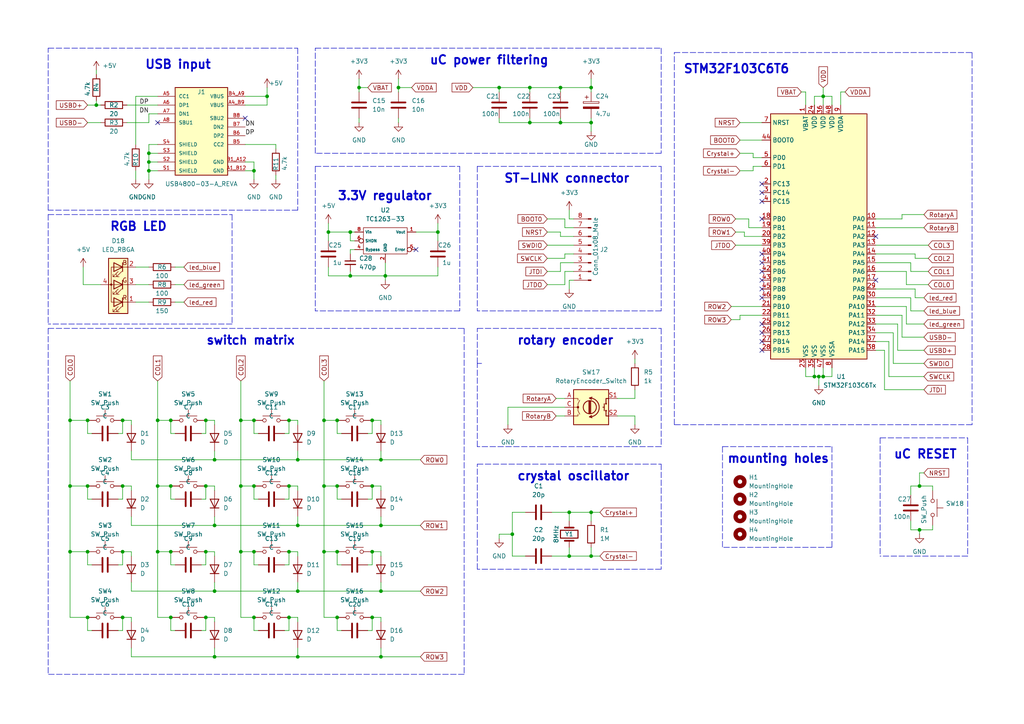
<source format=kicad_sch>
(kicad_sch (version 20211123) (generator eeschema)
  (paper "A4")
  (title_block (title "Macroboard") (date "2023-04-11") (rev "1.0") (comment 1 "Kacper Filipek") (comment 2 "Krzysztof Sikora"))
  (junction (at 107.95 140.97))
  (junction (at 43.18 44.45))
  (junction (at 93.98 140.97))
  (junction (at 171.45 25.4))
  (junction (at 107.95 179.07))
  (junction (at 86.36 190.5))
  (junction (at 25.4 140.97))
  (junction (at 59.69 121.92))
  (junction (at 171.45 148.59))
  (junction (at 77.47 27.94))
  (junction (at 110.49 133.35))
  (junction (at 59.69 179.07))
  (junction (at 171.45 161.29))
  (junction (at 35.56 140.97))
  (junction (at 59.69 160.02))
  (junction (at 97.79 121.92))
  (junction (at 110.49 190.5))
  (junction (at 148.59 154.94))
  (junction (at 165.1 161.29))
  (junction (at 237.49 109.22))
  (junction (at 153.67 35.56))
  (junction (at 35.56 160.02))
  (junction (at 144.78 25.4))
  (junction (at 162.56 35.56))
  (junction (at 69.85 160.02))
  (junction (at 162.56 25.4))
  (junction (at 95.25 67.31))
  (junction (at 20.32 140.97))
  (junction (at 97.79 140.97))
  (junction (at 107.95 121.92))
  (junction (at 25.4 160.02))
  (junction (at 86.36 152.4))
  (junction (at 20.32 160.02))
  (junction (at 238.76 27.94))
  (junction (at 49.53 121.92))
  (junction (at 97.79 160.02))
  (junction (at 49.53 179.07))
  (junction (at 45.72 121.92))
  (junction (at 110.49 152.4))
  (junction (at 83.82 179.07))
  (junction (at 73.66 160.02))
  (junction (at 73.66 121.92))
  (junction (at 59.69 140.97))
  (junction (at 35.56 179.07))
  (junction (at 104.14 25.4))
  (junction (at 35.56 121.92))
  (junction (at 97.79 179.07))
  (junction (at 266.7 140.97))
  (junction (at 111.76 80.01))
  (junction (at 266.7 153.67))
  (junction (at 165.1 148.59))
  (junction (at 153.67 25.4))
  (junction (at 101.6 80.01))
  (junction (at 127 67.31))
  (junction (at 20.32 121.92))
  (junction (at 83.82 140.97))
  (junction (at 62.23 152.4))
  (junction (at 86.36 171.45))
  (junction (at 69.85 121.92))
  (junction (at 83.82 160.02))
  (junction (at 69.85 140.97))
  (junction (at 73.66 140.97))
  (junction (at 83.82 121.92))
  (junction (at 49.53 160.02))
  (junction (at 62.23 171.45))
  (junction (at 25.4 121.92))
  (junction (at 62.23 190.5))
  (junction (at 93.98 160.02))
  (junction (at 73.66 49.53))
  (junction (at 45.72 160.02))
  (junction (at 86.36 133.35))
  (junction (at 101.6 67.31))
  (junction (at 115.57 25.4))
  (junction (at 110.49 171.45))
  (junction (at 43.18 49.53))
  (junction (at 73.66 179.07))
  (junction (at 62.23 133.35))
  (junction (at 27.94 30.48))
  (junction (at 171.45 35.56))
  (junction (at 45.72 140.97))
  (junction (at 49.53 140.97))
  (junction (at 25.4 179.07))
  (junction (at 107.95 160.02))
  (junction (at 238.76 109.22))
  (junction (at 93.98 121.92))
  (junction (at 43.18 46.99))
  (junction (at 236.22 109.22))
  (no_connect (at 220.98 93.98))
  (no_connect (at 120.65 72.39))
  (no_connect (at 220.98 96.52))
  (no_connect (at 254 81.28))
  (no_connect (at 220.98 76.2))
  (no_connect (at 220.98 83.82))
  (no_connect (at 220.98 73.66))
  (no_connect (at 220.98 58.42))
  (no_connect (at 71.12 34.29))
  (no_connect (at 45.72 35.56))
  (no_connect (at 220.98 55.88))
  (no_connect (at 220.98 81.28))
  (no_connect (at 220.98 101.6))
  (no_connect (at 254 68.58))
  (no_connect (at 220.98 53.34))
  (no_connect (at 220.98 86.36))
  (no_connect (at 220.98 99.06))
  (no_connect (at 220.98 78.74))
  (no_connect (at 220.98 63.5))
  (wire (pts (xy 127 67.31) (xy 127 69.85)))
  (wire (pts (xy 99.06 182.88) (xy 97.79 182.88)))
  (wire (pts (xy 110.49 190.5) (xy 121.92 190.5)))
  (wire (pts (xy 115.57 22.86) (xy 115.57 25.4)))
  (wire (pts (xy 212.09 88.9) (xy 220.98 88.9)))
  (wire (pts (xy 163.83 78.74) (xy 163.83 82.55)))
  (polyline (pts (xy 241.3 129.54) (xy 241.3 158.75)))
  (wire (pts (xy 144.78 35.56) (xy 153.67 35.56)))
  (wire (pts (xy 115.57 34.29) (xy 115.57 35.56)))
  (wire (pts (xy 107.95 140.97) (xy 110.49 140.97)))
  (wire (pts (xy 38.1 160.02) (xy 38.1 161.29)))
  (wire (pts (xy 101.6 80.01) (xy 111.76 80.01)))
  (wire (pts (xy 34.29 163.83) (xy 35.56 163.83)))
  (wire (pts (xy 58.42 144.78) (xy 59.69 144.78)))
  (wire (pts (xy 107.95 160.02) (xy 110.49 160.02)))
  (wire (pts (xy 83.82 144.78) (xy 83.82 140.97)))
  (wire (pts (xy 69.85 160.02) (xy 73.66 160.02)))
  (wire (pts (xy 161.29 115.57) (xy 163.83 115.57)))
  (wire (pts (xy 50.8 82.55) (xy 53.34 82.55)))
  (wire (pts (xy 171.45 22.86) (xy 171.45 25.4)))
  (wire (pts (xy 104.14 22.86) (xy 104.14 25.4)))
  (polyline (pts (xy 280.67 127) (xy 280.67 161.29)))
  (wire (pts (xy 137.16 25.4) (xy 144.78 25.4)))
  (wire (pts (xy 162.56 67.31) (xy 162.56 68.58)))
  (wire (pts (xy 69.85 140.97) (xy 73.66 140.97)))
  (wire (pts (xy 86.36 133.35) (xy 62.23 133.35)))
  (wire (pts (xy 144.78 156.21) (xy 144.78 154.94)))
  (wire (pts (xy 45.72 160.02) (xy 49.53 160.02)))
  (wire (pts (xy 220.98 66.04) (xy 217.17 66.04)))
  (wire (pts (xy 93.98 140.97) (xy 93.98 160.02)))
  (wire (pts (xy 254 101.6) (xy 256.54 101.6)))
  (wire (pts (xy 97.79 179.07) (xy 97.79 182.88)))
  (wire (pts (xy 163.83 63.5) (xy 163.83 66.04)))
  (wire (pts (xy 35.56 125.73) (xy 35.56 121.92)))
  (wire (pts (xy 93.98 121.92) (xy 93.98 140.97)))
  (polyline (pts (xy 76.2 13.97) (xy 86.36 13.97)))
  (wire (pts (xy 49.53 121.92) (xy 45.72 121.92)))
  (wire (pts (xy 165.1 63.5) (xy 166.37 63.5)))
  (wire (pts (xy 38.1 133.35) (xy 62.23 133.35)))
  (wire (pts (xy 95.25 64.77) (xy 95.25 67.31)))
  (wire (pts (xy 215.9 68.58) (xy 215.9 67.31)))
  (polyline (pts (xy 13.97 62.23) (xy 13.97 93.98)))
  (wire (pts (xy 69.85 110.49) (xy 69.85 121.92)))
  (wire (pts (xy 25.4 179.07) (xy 25.4 182.88)))
  (polyline (pts (xy 133.35 48.26) (xy 133.35 90.17)))
  (wire (pts (xy 35.56 121.92) (xy 38.1 121.92)))
  (wire (pts (xy 115.57 25.4) (xy 119.38 25.4)))
  (wire (pts (xy 24.13 77.47) (xy 24.13 82.55)))
  (wire (pts (xy 110.49 121.92) (xy 110.49 123.19)))
  (wire (pts (xy 73.66 160.02) (xy 73.66 163.83)))
  (wire (pts (xy 267.97 137.16) (xy 266.7 137.16)))
  (wire (pts (xy 111.76 80.01) (xy 111.76 81.28)))
  (wire (pts (xy 38.1 179.07) (xy 38.1 180.34)))
  (wire (pts (xy 110.49 171.45) (xy 86.36 171.45)))
  (wire (pts (xy 62.23 140.97) (xy 62.23 142.24)))
  (wire (pts (xy 86.36 160.02) (xy 86.36 161.29)))
  (wire (pts (xy 261.62 62.23) (xy 267.97 62.23)))
  (wire (pts (xy 237.49 109.22) (xy 237.49 111.76)))
  (wire (pts (xy 171.45 148.59) (xy 173.99 148.59)))
  (wire (pts (xy 254 88.9) (xy 262.89 88.9)))
  (polyline (pts (xy 91.44 13.97) (xy 191.77 13.97)))
  (wire (pts (xy 110.49 133.35) (xy 121.92 133.35)))
  (wire (pts (xy 62.23 171.45) (xy 86.36 171.45)))
  (wire (pts (xy 86.36 190.5) (xy 62.23 190.5)))
  (wire (pts (xy 261.62 91.44) (xy 261.62 97.79)))
  (wire (pts (xy 162.56 35.56) (xy 171.45 35.56)))
  (wire (pts (xy 99.06 144.78) (xy 97.79 144.78)))
  (wire (pts (xy 27.94 20.32) (xy 27.94 21.59)))
  (wire (pts (xy 213.36 71.12) (xy 220.98 71.12)))
  (wire (pts (xy 26.67 163.83) (xy 25.4 163.83)))
  (wire (pts (xy 43.18 46.99) (xy 43.18 49.53)))
  (wire (pts (xy 260.35 101.6) (xy 267.97 101.6)))
  (wire (pts (xy 265.43 73.66) (xy 265.43 74.93)))
  (wire (pts (xy 254 96.52) (xy 259.08 96.52)))
  (wire (pts (xy 218.44 48.26) (xy 218.44 49.53)))
  (wire (pts (xy 262.89 88.9) (xy 262.89 93.98)))
  (wire (pts (xy 153.67 34.29) (xy 153.67 35.56)))
  (wire (pts (xy 93.98 121.92) (xy 97.79 121.92)))
  (wire (pts (xy 171.45 158.75) (xy 171.45 161.29)))
  (wire (pts (xy 184.15 120.65) (xy 179.07 120.65)))
  (wire (pts (xy 27.94 29.21) (xy 27.94 30.48)))
  (wire (pts (xy 71.12 30.48) (xy 77.47 30.48)))
  (wire (pts (xy 49.53 160.02) (xy 49.53 163.83)))
  (wire (pts (xy 45.72 41.91) (xy 43.18 41.91)))
  (wire (pts (xy 111.76 76.2) (xy 111.76 80.01)))
  (wire (pts (xy 254 76.2) (xy 264.16 76.2)))
  (wire (pts (xy 266.7 154.94) (xy 266.7 153.67)))
  (wire (pts (xy 83.82 179.07) (xy 86.36 179.07)))
  (wire (pts (xy 93.98 140.97) (xy 97.79 140.97)))
  (wire (pts (xy 127 64.77) (xy 127 67.31)))
  (wire (pts (xy 160.02 148.59) (xy 165.1 148.59)))
  (wire (pts (xy 82.55 182.88) (xy 83.82 182.88)))
  (wire (pts (xy 264.16 143.51) (xy 264.16 140.97)))
  (wire (pts (xy 236.22 30.48) (xy 236.22 27.94)))
  (polyline (pts (xy 191.77 95.25) (xy 191.77 129.54)))
  (wire (pts (xy 20.32 179.07) (xy 25.4 179.07)))
  (wire (pts (xy 69.85 121.92) (xy 69.85 140.97)))
  (wire (pts (xy 217.17 66.04) (xy 217.17 63.5)))
  (wire (pts (xy 25.4 30.48) (xy 27.94 30.48)))
  (wire (pts (xy 82.55 144.78) (xy 83.82 144.78)))
  (wire (pts (xy 95.25 67.31) (xy 101.6 67.31)))
  (wire (pts (xy 83.82 121.92) (xy 86.36 121.92)))
  (wire (pts (xy 25.4 160.02) (xy 25.4 163.83)))
  (polyline (pts (xy 138.43 129.54) (xy 138.43 105.41)))
  (wire (pts (xy 24.13 82.55) (xy 29.21 82.55)))
  (wire (pts (xy 59.69 121.92) (xy 62.23 121.92)))
  (wire (pts (xy 20.32 160.02) (xy 20.32 140.97)))
  (polyline (pts (xy 91.44 44.45) (xy 91.44 13.97)))
  (wire (pts (xy 20.32 110.49) (xy 20.32 121.92)))
  (wire (pts (xy 106.68 182.88) (xy 107.95 182.88)))
  (wire (pts (xy 101.6 78.74) (xy 101.6 80.01)))
  (wire (pts (xy 35.56 163.83) (xy 35.56 160.02)))
  (wire (pts (xy 147.32 118.11) (xy 147.32 123.19)))
  (wire (pts (xy 127 77.47) (xy 127 80.01)))
  (wire (pts (xy 62.23 160.02) (xy 62.23 161.29)))
  (wire (pts (xy 50.8 182.88) (xy 49.53 182.88)))
  (wire (pts (xy 161.29 120.65) (xy 163.83 120.65)))
  (wire (pts (xy 39.37 27.94) (xy 39.37 41.91)))
  (wire (pts (xy 95.25 77.47) (xy 95.25 80.01)))
  (wire (pts (xy 106.68 144.78) (xy 107.95 144.78)))
  (wire (pts (xy 71.12 49.53) (xy 73.66 49.53)))
  (wire (pts (xy 43.18 33.02) (xy 45.72 33.02)))
  (wire (pts (xy 45.72 110.49) (xy 45.72 121.92)))
  (wire (pts (xy 83.82 163.83) (xy 83.82 160.02)))
  (wire (pts (xy 212.09 92.71) (xy 214.63 92.71)))
  (wire (pts (xy 266.7 153.67) (xy 270.51 153.67)))
  (wire (pts (xy 233.68 30.48) (xy 233.68 26.67)))
  (wire (pts (xy 262.89 78.74) (xy 262.89 82.55)))
  (wire (pts (xy 238.76 109.22) (xy 237.49 109.22)))
  (wire (pts (xy 77.47 30.48) (xy 77.47 27.94)))
  (wire (pts (xy 80.01 41.91) (xy 71.12 41.91)))
  (wire (pts (xy 62.23 121.92) (xy 62.23 123.19)))
  (wire (pts (xy 62.23 179.07) (xy 62.23 180.34)))
  (polyline (pts (xy 191.77 134.62) (xy 191.77 165.1)))
  (wire (pts (xy 165.1 161.29) (xy 171.45 161.29)))
  (wire (pts (xy 217.17 63.5) (xy 213.36 63.5)))
  (wire (pts (xy 36.83 30.48) (xy 45.72 30.48)))
  (wire (pts (xy 238.76 106.68) (xy 238.76 109.22)))
  (wire (pts (xy 97.79 160.02) (xy 97.79 163.83)))
  (polyline (pts (xy 138.43 105.41) (xy 138.43 95.25)))
  (wire (pts (xy 162.56 68.58) (xy 166.37 68.58)))
  (polyline (pts (xy 138.43 48.26) (xy 138.43 90.17)))
  (wire (pts (xy 25.4 140.97) (xy 25.4 144.78)))
  (wire (pts (xy 153.67 35.56) (xy 162.56 35.56)))
  (wire (pts (xy 99.06 163.83) (xy 97.79 163.83)))
  (wire (pts (xy 71.12 46.99) (xy 73.66 46.99)))
  (wire (pts (xy 102.87 69.85) (xy 101.6 69.85)))
  (wire (pts (xy 26.67 144.78) (xy 25.4 144.78)))
  (wire (pts (xy 264.16 140.97) (xy 266.7 140.97)))
  (wire (pts (xy 62.23 187.96) (xy 62.23 190.5)))
  (wire (pts (xy 38.1 168.91) (xy 38.1 171.45)))
  (wire (pts (xy 101.6 73.66) (xy 101.6 72.39)))
  (wire (pts (xy 49.53 179.07) (xy 49.53 182.88)))
  (wire (pts (xy 58.42 182.88) (xy 59.69 182.88)))
  (wire (pts (xy 264.16 151.13) (xy 264.16 153.67)))
  (polyline (pts (xy 191.77 165.1) (xy 138.43 165.1)))
  (wire (pts (xy 214.63 44.45) (xy 218.44 44.45)))
  (wire (pts (xy 257.81 109.22) (xy 267.97 109.22)))
  (wire (pts (xy 110.49 187.96) (xy 110.49 190.5)))
  (wire (pts (xy 165.1 158.75) (xy 165.1 161.29)))
  (wire (pts (xy 59.69 179.07) (xy 62.23 179.07)))
  (polyline (pts (xy 195.58 15.24) (xy 281.94 15.24)))
  (wire (pts (xy 86.36 179.07) (xy 86.36 180.34)))
  (wire (pts (xy 59.69 182.88) (xy 59.69 179.07)))
  (wire (pts (xy 254 63.5) (xy 261.62 63.5)))
  (wire (pts (xy 73.66 46.99) (xy 73.66 49.53)))
  (wire (pts (xy 26.67 125.73) (xy 25.4 125.73)))
  (polyline (pts (xy 86.36 50.8) (xy 86.36 60.96)))
  (wire (pts (xy 265.43 83.82) (xy 254 83.82)))
  (wire (pts (xy 104.14 34.29) (xy 104.14 35.56)))
  (wire (pts (xy 34.29 144.78) (xy 35.56 144.78)))
  (wire (pts (xy 38.1 149.86) (xy 38.1 152.4)))
  (wire (pts (xy 266.7 137.16) (xy 266.7 140.97)))
  (wire (pts (xy 45.72 121.92) (xy 45.72 140.97)))
  (wire (pts (xy 158.75 74.93) (xy 163.83 74.93)))
  (wire (pts (xy 86.36 190.5) (xy 110.49 190.5)))
  (wire (pts (xy 74.93 125.73) (xy 73.66 125.73)))
  (wire (pts (xy 110.49 152.4) (xy 121.92 152.4)))
  (wire (pts (xy 152.4 161.29) (xy 148.59 161.29)))
  (wire (pts (xy 171.45 25.4) (xy 171.45 26.67)))
  (wire (pts (xy 262.89 93.98) (xy 267.97 93.98)))
  (wire (pts (xy 73.66 49.53) (xy 73.66 52.07)))
  (wire (pts (xy 101.6 72.39) (xy 102.87 72.39)))
  (polyline (pts (xy 86.36 60.96) (xy 13.97 60.96)))
  (polyline (pts (xy 241.3 158.75) (xy 209.55 158.75)))
  (wire (pts (xy 110.49 179.07) (xy 110.49 180.34)))
  (wire (pts (xy 243.84 26.67) (xy 243.84 30.48)))
  (wire (pts (xy 20.32 140.97) (xy 25.4 140.97)))
  (wire (pts (xy 264.16 153.67) (xy 266.7 153.67)))
  (wire (pts (xy 77.47 27.94) (xy 77.47 25.4)))
  (wire (pts (xy 233.68 106.68) (xy 233.68 109.22)))
  (polyline (pts (xy 281.94 123.19) (xy 195.58 123.19)))
  (wire (pts (xy 50.8 87.63) (xy 53.34 87.63)))
  (wire (pts (xy 256.54 113.03) (xy 267.97 113.03)))
  (polyline (pts (xy 134.62 195.58) (xy 13.97 195.58)))
  (wire (pts (xy 83.82 125.73) (xy 83.82 121.92)))
  (wire (pts (xy 147.32 118.11) (xy 163.83 118.11)))
  (wire (pts (xy 110.49 130.81) (xy 110.49 133.35)))
  (wire (pts (xy 39.37 87.63) (xy 43.18 87.63)))
  (wire (pts (xy 163.83 73.66) (xy 166.37 73.66)))
  (polyline (pts (xy 195.58 123.19) (xy 195.58 15.24)))
  (wire (pts (xy 218.44 45.72) (xy 220.98 45.72)))
  (wire (pts (xy 43.18 35.56) (xy 43.18 33.02)))
  (wire (pts (xy 158.75 71.12) (xy 166.37 71.12)))
  (polyline (pts (xy 191.77 13.97) (xy 191.77 44.45)))
  (wire (pts (xy 254 91.44) (xy 261.62 91.44)))
  (wire (pts (xy 265.43 74.93) (xy 269.24 74.93)))
  (wire (pts (xy 165.1 83.82) (xy 165.1 81.28)))
  (wire (pts (xy 93.98 160.02) (xy 97.79 160.02)))
  (wire (pts (xy 257.81 99.06) (xy 257.81 109.22)))
  (wire (pts (xy 93.98 160.02) (xy 93.98 179.07)))
  (wire (pts (xy 97.79 140.97) (xy 97.79 144.78)))
  (wire (pts (xy 80.01 50.8) (xy 80.01 52.07)))
  (wire (pts (xy 165.1 81.28) (xy 166.37 81.28)))
  (wire (pts (xy 110.49 168.91) (xy 110.49 171.45)))
  (wire (pts (xy 29.21 35.56) (xy 25.4 35.56)))
  (polyline (pts (xy 86.36 13.97) (xy 86.36 50.8)))
  (wire (pts (xy 95.25 80.01) (xy 101.6 80.01)))
  (wire (pts (xy 261.62 97.79) (xy 267.97 97.79)))
  (polyline (pts (xy 13.97 95.25) (xy 134.62 95.25)))
  (wire (pts (xy 144.78 26.67) (xy 144.78 25.4)))
  (wire (pts (xy 59.69 163.83) (xy 59.69 160.02)))
  (wire (pts (xy 162.56 34.29) (xy 162.56 35.56)))
  (wire (pts (xy 238.76 25.4) (xy 238.76 27.94)))
  (wire (pts (xy 35.56 179.07) (xy 38.1 179.07)))
  (wire (pts (xy 107.95 179.07) (xy 110.49 179.07)))
  (wire (pts (xy 86.36 121.92) (xy 86.36 123.19)))
  (wire (pts (xy 241.3 27.94) (xy 238.76 27.94)))
  (wire (pts (xy 236.22 27.94) (xy 238.76 27.94)))
  (wire (pts (xy 101.6 67.31) (xy 102.87 67.31)))
  (wire (pts (xy 259.08 96.52) (xy 259.08 105.41)))
  (wire (pts (xy 254 93.98) (xy 260.35 93.98)))
  (wire (pts (xy 43.18 46.99) (xy 45.72 46.99)))
  (wire (pts (xy 110.49 152.4) (xy 86.36 152.4)))
  (wire (pts (xy 39.37 77.47) (xy 43.18 77.47)))
  (polyline (pts (xy 91.44 48.26) (xy 133.35 48.26)))
  (wire (pts (xy 59.69 144.78) (xy 59.69 140.97)))
  (wire (pts (xy 241.3 109.22) (xy 238.76 109.22)))
  (wire (pts (xy 236.22 106.68) (xy 236.22 109.22)))
  (wire (pts (xy 43.18 49.53) (xy 45.72 49.53)))
  (wire (pts (xy 34.29 125.73) (xy 35.56 125.73)))
  (wire (pts (xy 162.56 25.4) (xy 171.45 25.4)))
  (wire (pts (xy 38.1 130.81) (xy 38.1 133.35)))
  (wire (pts (xy 74.93 144.78) (xy 73.66 144.78)))
  (wire (pts (xy 162.56 25.4) (xy 162.56 26.67)))
  (wire (pts (xy 101.6 69.85) (xy 101.6 67.31)))
  (polyline (pts (xy 91.44 48.26) (xy 91.44 90.17)))
  (wire (pts (xy 86.36 187.96) (xy 86.36 190.5)))
  (polyline (pts (xy 138.43 95.25) (xy 191.77 95.25)))
  (wire (pts (xy 50.8 144.78) (xy 49.53 144.78)))
  (wire (pts (xy 171.45 35.56) (xy 171.45 34.29)))
  (wire (pts (xy 43.18 44.45) (xy 45.72 44.45)))
  (wire (pts (xy 158.75 63.5) (xy 163.83 63.5)))
  (wire (pts (xy 144.78 25.4) (xy 153.67 25.4)))
  (wire (pts (xy 45.72 140.97) (xy 49.53 140.97)))
  (wire (pts (xy 45.72 27.94) (xy 39.37 27.94)))
  (wire (pts (xy 39.37 82.55) (xy 43.18 82.55)))
  (wire (pts (xy 107.95 182.88) (xy 107.95 179.07)))
  (polyline (pts (xy 209.55 129.54) (xy 241.3 129.54)))
  (wire (pts (xy 25.4 121.92) (xy 25.4 125.73)))
  (wire (pts (xy 220.98 68.58) (xy 215.9 68.58)))
  (wire (pts (xy 95.25 67.31) (xy 95.25 69.85)))
  (wire (pts (xy 35.56 182.88) (xy 35.56 179.07)))
  (wire (pts (xy 254 86.36) (xy 264.16 86.36)))
  (wire (pts (xy 25.4 160.02) (xy 20.32 160.02)))
  (wire (pts (xy 254 73.66) (xy 265.43 73.66)))
  (polyline (pts (xy 13.97 13.97) (xy 76.2 13.97)))
  (wire (pts (xy 38.1 152.4) (xy 62.23 152.4)))
  (wire (pts (xy 215.9 67.31) (xy 213.36 67.31)))
  (polyline (pts (xy 13.97 62.23) (xy 67.31 62.23)))
  (wire (pts (xy 107.95 163.83) (xy 107.95 160.02)))
  (wire (pts (xy 20.32 121.92) (xy 20.32 140.97)))
  (wire (pts (xy 38.1 121.92) (xy 38.1 123.19)))
  (wire (pts (xy 214.63 92.71) (xy 214.63 91.44)))
  (polyline (pts (xy 86.36 50.8) (xy 86.36 50.8)))
  (wire (pts (xy 45.72 179.07) (xy 49.53 179.07)))
  (wire (pts (xy 62.23 149.86) (xy 62.23 152.4)))
  (wire (pts (xy 259.08 105.41) (xy 267.97 105.41)))
  (polyline (pts (xy 191.77 90.17) (xy 138.43 90.17)))
  (polyline (pts (xy 133.35 90.17) (xy 91.44 90.17)))
  (polyline (pts (xy 67.31 62.23) (xy 67.31 93.98)))
  (wire (pts (xy 261.62 63.5) (xy 261.62 62.23)))
  (wire (pts (xy 110.49 140.97) (xy 110.49 142.24)))
  (wire (pts (xy 62.23 152.4) (xy 86.36 152.4)))
  (wire (pts (xy 158.75 67.31) (xy 162.56 67.31)))
  (wire (pts (xy 62.23 168.91) (xy 62.23 171.45)))
  (wire (pts (xy 115.57 25.4) (xy 115.57 26.67)))
  (wire (pts (xy 144.78 154.94) (xy 148.59 154.94)))
  (wire (pts (xy 69.85 160.02) (xy 69.85 179.07)))
  (wire (pts (xy 59.69 125.73) (xy 59.69 121.92)))
  (polyline (pts (xy 209.55 129.54) (xy 209.55 158.75)))
  (wire (pts (xy 184.15 104.14) (xy 184.15 105.41)))
  (wire (pts (xy 20.32 160.02) (xy 20.32 179.07)))
  (wire (pts (xy 97.79 121.92) (xy 97.79 125.73)))
  (polyline (pts (xy 255.27 127) (xy 280.67 127)))
  (wire (pts (xy 184.15 123.19) (xy 184.15 120.65)))
  (wire (pts (xy 39.37 52.07) (xy 39.37 49.53)))
  (polyline (pts (xy 191.77 44.45) (xy 91.44 44.45)))
  (wire (pts (xy 160.02 161.29) (xy 165.1 161.29)))
  (wire (pts (xy 245.11 26.67) (xy 243.84 26.67)))
  (wire (pts (xy 233.68 26.67) (xy 232.41 26.67)))
  (wire (pts (xy 71.12 27.94) (xy 77.47 27.94)))
  (wire (pts (xy 163.83 74.93) (xy 163.83 73.66)))
  (wire (pts (xy 233.68 109.22) (xy 236.22 109.22)))
  (polyline (pts (xy 67.31 93.98) (xy 13.97 93.98)))
  (wire (pts (xy 27.94 30.48) (xy 29.21 30.48)))
  (polyline (pts (xy 138.43 134.62) (xy 191.77 134.62)))
  (wire (pts (xy 266.7 140.97) (xy 270.51 140.97)))
  (wire (pts (xy 25.4 121.92) (xy 20.32 121.92)))
  (wire (pts (xy 264.16 86.36) (xy 264.16 90.17)))
  (wire (pts (xy 165.1 148.59) (xy 171.45 148.59)))
  (wire (pts (xy 148.59 148.59) (xy 152.4 148.59)))
  (polyline (pts (xy 138.43 105.41) (xy 139.7 105.41)))
  (wire (pts (xy 267.97 86.36) (xy 265.43 86.36)))
  (wire (pts (xy 58.42 125.73) (xy 59.69 125.73)))
  (wire (pts (xy 104.14 25.4) (xy 106.68 25.4)))
  (wire (pts (xy 144.78 34.29) (xy 144.78 35.56)))
  (wire (pts (xy 106.68 125.73) (xy 107.95 125.73)))
  (wire (pts (xy 73.66 179.07) (xy 73.66 182.88)))
  (polyline (pts (xy 138.43 165.1) (xy 138.43 134.62)))
  (wire (pts (xy 45.72 140.97) (xy 45.72 160.02)))
  (wire (pts (xy 260.35 93.98) (xy 260.35 101.6)))
  (wire (pts (xy 214.63 35.56) (xy 220.98 35.56)))
  (polyline (pts (xy 13.97 95.25) (xy 13.97 195.58)))
  (wire (pts (xy 99.06 125.73) (xy 97.79 125.73)))
  (wire (pts (xy 107.95 125.73) (xy 107.95 121.92)))
  (wire (pts (xy 26.67 182.88) (xy 25.4 182.88)))
  (wire (pts (xy 49.53 140.97) (xy 49.53 144.78)))
  (wire (pts (xy 86.36 168.91) (xy 86.36 171.45)))
  (wire (pts (xy 73.66 140.97) (xy 73.66 144.78)))
  (polyline (pts (xy 191.77 48.26) (xy 191.77 90.17)))
  (wire (pts (xy 264.16 78.74) (xy 269.24 78.74)))
  (polyline (pts (xy 138.43 48.26) (xy 191.77 48.26)))
  (wire (pts (xy 107.95 121.92) (xy 110.49 121.92)))
  (wire (pts (xy 83.82 160.02) (xy 86.36 160.02)))
  (wire (pts (xy 163.83 82.55) (xy 158.75 82.55)))
  (wire (pts (xy 86.36 140.97) (xy 86.36 142.24)))
  (wire (pts (xy 38.1 187.96) (xy 38.1 190.5)))
  (wire (pts (xy 38.1 140.97) (xy 38.1 142.24)))
  (wire (pts (xy 50.8 77.47) (xy 53.34 77.47)))
  (wire (pts (xy 35.56 144.78) (xy 35.56 140.97)))
  (wire (pts (xy 58.42 163.83) (xy 59.69 163.83)))
  (wire (pts (xy 86.36 152.4) (xy 86.36 149.86)))
  (wire (pts (xy 165.1 148.59) (xy 165.1 151.13)))
  (wire (pts (xy 153.67 25.4) (xy 162.56 25.4)))
  (wire (pts (xy 158.75 78.74) (xy 162.56 78.74)))
  (wire (pts (xy 34.29 182.88) (xy 35.56 182.88)))
  (wire (pts (xy 254 66.04) (xy 267.97 66.04)))
  (wire (pts (xy 35.56 140.97) (xy 38.1 140.97)))
  (wire (pts (xy 74.93 182.88) (xy 73.66 182.88)))
  (wire (pts (xy 218.44 49.53) (xy 214.63 49.53)))
  (wire (pts (xy 165.1 60.96) (xy 165.1 63.5)))
  (wire (pts (xy 262.89 82.55) (xy 269.24 82.55)))
  (polyline (pts (xy 191.77 129.54) (xy 138.43 129.54)))
  (wire (pts (xy 218.44 44.45) (xy 218.44 45.72)))
  (wire (pts (xy 270.51 140.97) (xy 270.51 142.24)))
  (wire (pts (xy 82.55 163.83) (xy 83.82 163.83)))
  (wire (pts (xy 43.18 44.45) (xy 43.18 46.99)))
  (wire (pts (xy 254 99.06) (xy 257.81 99.06)))
  (wire (pts (xy 83.82 182.88) (xy 83.82 179.07)))
  (wire (pts (xy 264.16 76.2) (xy 264.16 78.74)))
  (wire (pts (xy 82.55 125.73) (xy 83.82 125.73)))
  (wire (pts (xy 127 80.01) (xy 111.76 80.01)))
  (wire (pts (xy 50.8 125.73) (xy 49.53 125.73)))
  (wire (pts (xy 106.68 163.83) (xy 107.95 163.83)))
  (wire (pts (xy 93.98 110.49) (xy 93.98 121.92)))
  (wire (pts (xy 166.37 78.74) (xy 163.83 78.74)))
  (wire (pts (xy 43.18 49.53) (xy 43.18 52.07)))
  (wire (pts (xy 270.51 152.4) (xy 270.51 153.67)))
  (wire (pts (xy 162.56 76.2) (xy 166.37 76.2)))
  (wire (pts (xy 256.54 101.6) (xy 256.54 113.03)))
  (wire (pts (xy 107.95 144.78) (xy 107.95 140.97)))
  (wire (pts (xy 254 71.12) (xy 269.24 71.12)))
  (wire (pts (xy 104.14 25.4) (xy 104.14 26.67)))
  (wire (pts (xy 254 78.74) (xy 262.89 78.74)))
  (polyline (pts (xy 280.67 161.29) (xy 255.27 161.29)))
  (wire (pts (xy 148.59 154.94) (xy 148.59 148.59)))
  (wire (pts (xy 238.76 27.94) (xy 238.76 30.48)))
  (wire (pts (xy 110.49 160.02) (xy 110.49 161.29)))
  (wire (pts (xy 69.85 179.07) (xy 73.66 179.07)))
  (wire (pts (xy 265.43 86.36) (xy 265.43 83.82)))
  (polyline (pts (xy 255.27 127) (xy 255.27 161.29)))
  (wire (pts (xy 86.36 130.81) (xy 86.36 133.35)))
  (wire (pts (xy 120.65 67.31) (xy 127 67.31)))
  (wire (pts (xy 93.98 179.07) (xy 97.79 179.07)))
  (wire (pts (xy 214.63 40.64) (xy 220.98 40.64)))
  (wire (pts (xy 49.53 121.92) (xy 49.53 125.73)))
  (wire (pts (xy 50.8 163.83) (xy 49.53 163.83)))
  (wire (pts (xy 69.85 121.92) (xy 73.66 121.92)))
  (wire (pts (xy 162.56 78.74) (xy 162.56 76.2)))
  (wire (pts (xy 110.49 171.45) (xy 121.92 171.45)))
  (wire (pts (xy 153.67 26.67) (xy 153.67 25.4)))
  (wire (pts (xy 184.15 113.03) (xy 184.15 115.57)))
  (wire (pts (xy 45.72 160.02) (xy 45.72 179.07)))
  (wire (pts (xy 43.18 41.91) (xy 43.18 44.45)))
  (wire (pts (xy 171.45 35.56) (xy 171.45 38.1)))
  (polyline (pts (xy 281.94 15.24) (xy 281.94 123.19)))
  (wire (pts (xy 62.23 133.35) (xy 62.23 130.81)))
  (wire (pts (xy 171.45 161.29) (xy 173.99 161.29)))
  (wire (pts (xy 171.45 148.59) (xy 171.45 151.13)))
  (wire (pts (xy 236.22 109.22) (xy 237.49 109.22)))
  (wire (pts (xy 110.49 133.35) (xy 86.36 133.35)))
  (wire (pts (xy 83.82 140.97) (xy 86.36 140.97)))
  (wire (pts (xy 59.69 160.02) (xy 62.23 160.02)))
  (wire (pts (xy 166.37 66.04) (xy 163.83 66.04)))
  (wire (pts (xy 74.93 163.83) (xy 73.66 163.83)))
  (wire (pts (xy 80.01 43.18) (xy 80.01 41.91)))
  (polyline (pts (xy 134.62 95.25) (xy 134.62 195.58)))
  (wire (pts (xy 214.63 91.44) (xy 220.98 91.44)))
  (wire (pts (xy 241.3 30.48) (xy 241.3 27.94)))
  (wire (pts (xy 36.83 35.56) (xy 43.18 35.56)))
  (wire (pts (xy 35.56 160.02) (xy 38.1 160.02)))
  (wire (pts (xy 264.16 90.17) (xy 267.97 90.17)))
  (wire (pts (xy 38.1 171.45) (xy 62.23 171.45)))
  (wire (pts (xy 218.44 48.26) (xy 220.98 48.26)))
  (wire (pts (xy 73.66 121.92) (xy 73.66 125.73)))
  (wire (pts (xy 184.15 115.57) (xy 179.07 115.57)))
  (wire (pts (xy 59.69 140.97) (xy 62.23 140.97)))
  (wire (pts (xy 148.59 161.29) (xy 148.59 154.94)))
  (wire (pts (xy 38.1 190.5) (xy 62.23 190.5)))
  (wire (pts (xy 241.3 106.68) (xy 241.3 109.22)))
  (wire (pts (xy 110.49 149.86) (xy 110.49 152.4)))
  (polyline (pts (xy 13.97 60.96) (xy 13.97 13.97)))
  (wire (pts (xy 69.85 140.97) (xy 69.85 160.02)))
  (text "STM32F103C6T6" (at 198.12 21.59 0) (effects (font (size 2.5 2.5) (thickness 0.5) bold) (justify left bottom)))
  (text "rotary encoder" (at 149.86 100.33 0) (effects (font (size 2.5 2.5) (thickness 0.5) bold) (justify left bottom)))
  (text "uC RESET\n" (at 259.08 133.35 0) (effects (font (size 2.5 2.5) (thickness 0.5) bold) (justify left bottom)))
  (text "switch matrix" (at 59.69 100.33 0) (effects (font (size 2.5 2.5) (thickness 0.5) bold) (justify left bottom)))
  (text "USB input\n" (at 41.91 20.32 0) (effects (font (size 2.5 2.5) (thickness 0.5) bold) (justify left bottom)))
  (text "mounting holes\n" (at 210.82 134.62 0) (effects (font (size 2.5 2.5) (thickness 0.5) bold) (justify left bottom)))
  (text "3.3V regulator\n" (at 97.79 58.42 0) (effects (font (size 2.5 2.5) (thickness 0.5) bold) (justify left bottom)))
  (text "RGB LED" (at 31.75 67.31 0) (effects (font (size 2.5 2.5) (thickness 0.5) bold) (justify left bottom)))
  (text "ST-LINK connector" (at 146.05 53.34 0) (effects (font (size 2.5 2.5) (thickness 0.5) bold) (justify left bottom)))
  (text "crystal oscillator\n" (at 149.86 139.7 0) (effects (font (size 2.5 2.5) (thickness 0.5) bold) (justify left bottom)))
  (text "uC power filtering " (at 124.46 19.05 0) (effects (font (size 2.5 2.5) (thickness 0.5) bold) (justify left bottom)))
  (label "DN" (at 43.18 33.02 180))
  (label "DN" (at 71.12 36.83 0))
  (label "DP" (at 71.12 39.37 0))
  (label "DP" (at 43.18 30.48 180))
  (global_label "USBD-" (shape input) (at 25.4 35.56 180) (property "Intersheet References" "${INTERSHEET_REFS}" (effects hide)))
  (global_label "VDD" (shape input) (at 137.16 25.4 180) (property "Intersheet References" "${INTERSHEET_REFS}" (effects hide)))
  (global_label "VDDA" (shape input) (at 119.38 25.4 0) (property "Intersheet References" "${INTERSHEET_REFS}" (effects hide)))
  (global_label "COL2" (shape input) (at 69.85 110.49 90) (property "Intersheet References" "${INTERSHEET_REFS}" (effects hide)))
  (global_label "ROW1" (shape input) (at 121.92 152.4 0) (property "Intersheet References" "${INTERSHEET_REFS}" (effects hide)))
  (global_label "RotaryB" (shape input) (at 267.97 66.04 0) (property "Intersheet References" "${INTERSHEET_REFS}" (effects hide)))
  (global_label "ROW3" (shape input) (at 121.92 190.5 0) (property "Intersheet References" "${INTERSHEET_REFS}" (effects hide)))
  (global_label "COL1" (shape input) (at 269.24 78.74 0) (property "Intersheet References" "${INTERSHEET_REFS}" (effects hide)))
  (global_label "BOOT0" (shape input) (at 158.75 63.5 180) (property "Intersheet References" "${INTERSHEET_REFS}" (effects hide)))
  (global_label "led_red" (shape input) (at 53.34 87.63 0) (property "Intersheet References" "${INTERSHEET_REFS}" (effects hide)))
  (global_label "USBD-" (shape input) (at 267.97 97.79 0) (property "Intersheet References" "${INTERSHEET_REFS}" (effects hide)))
  (global_label "RotaryB" (shape input) (at 161.29 120.65 180) (property "Intersheet References" "${INTERSHEET_REFS}" (effects hide)))
  (global_label "ROW0" (shape input) (at 121.92 133.35 0) (property "Intersheet References" "${INTERSHEET_REFS}" (effects hide)))
  (global_label "COL0" (shape input) (at 269.24 82.55 0) (property "Intersheet References" "${INTERSHEET_REFS}" (effects hide)))
  (global_label "led_green" (shape input) (at 53.34 82.55 0) (property "Intersheet References" "${INTERSHEET_REFS}" (effects hide)))
  (global_label "led_blue" (shape input) (at 267.97 90.17 0) (property "Intersheet References" "${INTERSHEET_REFS}" (effects hide)))
  (global_label "VBAT" (shape input) (at 232.41 26.67 180) (property "Intersheet References" "${INTERSHEET_REFS}" (effects hide)))
  (global_label "Crystal-" (shape input) (at 214.63 49.53 180) (property "Intersheet References" "${INTERSHEET_REFS}" (effects hide)))
  (global_label "JTDO" (shape input) (at 158.75 82.55 180) (property "Intersheet References" "${INTERSHEET_REFS}" (effects hide)))
  (global_label "SWDIO" (shape input) (at 267.97 105.41 0) (property "Intersheet References" "${INTERSHEET_REFS}" (effects hide)))
  (global_label "led_green" (shape input) (at 267.97 93.98 0) (property "Intersheet References" "${INTERSHEET_REFS}" (effects hide)))
  (global_label "COL3" (shape input) (at 269.24 71.12 0) (property "Intersheet References" "${INTERSHEET_REFS}" (effects hide)))
  (global_label "COL3" (shape input) (at 93.98 110.49 90) (property "Intersheet References" "${INTERSHEET_REFS}" (effects hide)))
  (global_label "BOOT0" (shape input) (at 214.63 40.64 180) (property "Intersheet References" "${INTERSHEET_REFS}" (effects hide)))
  (global_label "SWCLK" (shape input) (at 267.97 109.22 0) (property "Intersheet References" "${INTERSHEET_REFS}" (effects hide)))
  (global_label "VDDA" (shape input) (at 245.11 26.67 0) (property "Intersheet References" "${INTERSHEET_REFS}" (effects hide)))
  (global_label "JTDO" (shape input) (at 213.36 71.12 180) (property "Intersheet References" "${INTERSHEET_REFS}" (effects hide)))
  (global_label "NRST" (shape input) (at 267.97 137.16 0) (property "Odnośniki między arkuszami" "${INTERSHEET_REFS}" (effects hide)))
  (global_label "RotaryA" (shape input) (at 267.97 62.23 0) (property "Intersheet References" "${INTERSHEET_REFS}" (effects hide)))
  (global_label "COL1" (shape input) (at 45.72 110.49 90) (property "Intersheet References" "${INTERSHEET_REFS}" (effects hide)))
  (global_label "ROW2" (shape input) (at 121.92 171.45 0) (property "Intersheet References" "${INTERSHEET_REFS}" (effects hide)))
  (global_label "RotaryA" (shape input) (at 161.29 115.57 180) (property "Intersheet References" "${INTERSHEET_REFS}" (effects hide)))
  (global_label "COL0" (shape input) (at 20.32 110.49 90) (property "Intersheet References" "${INTERSHEET_REFS}" (effects hide)))
  (global_label "VDD" (shape input) (at 238.76 25.4 90) (property "Intersheet References" "${INTERSHEET_REFS}" (effects hide)))
  (global_label "ROW1" (shape input) (at 213.36 67.31 180) (property "Intersheet References" "${INTERSHEET_REFS}" (effects hide)))
  (global_label "NRST" (shape input) (at 158.75 67.31 180) (property "Intersheet References" "${INTERSHEET_REFS}" (effects hide)))
  (global_label "ROW0" (shape input) (at 213.36 63.5 180) (property "Intersheet References" "${INTERSHEET_REFS}" (effects hide)))
  (global_label "led_red" (shape input) (at 267.97 86.36 0) (property "Intersheet References" "${INTERSHEET_REFS}" (effects hide)))
  (global_label "USBD+" (shape input) (at 267.97 101.6 0) (property "Intersheet References" "${INTERSHEET_REFS}" (effects hide)))
  (global_label "NRST" (shape input) (at 214.63 35.56 180) (property "Intersheet References" "${INTERSHEET_REFS}" (effects hide)))
  (global_label "led_blue" (shape input) (at 53.34 77.47 0) (property "Intersheet References" "${INTERSHEET_REFS}" (effects hide)))
  (global_label "ROW2" (shape input) (at 212.09 88.9 180) (property "Intersheet References" "${INTERSHEET_REFS}" (effects hide)))
  (global_label "Crystal+" (shape input) (at 214.63 44.45 180) (property "Intersheet References" "${INTERSHEET_REFS}" (effects hide)))
  (global_label "SWDIO" (shape input) (at 158.75 71.12 180) (property "Intersheet References" "${INTERSHEET_REFS}" (effects hide)))
  (global_label "VBAT" (shape input) (at 106.68 25.4 0) (property "Intersheet References" "${INTERSHEET_REFS}" (effects hide)))
  (global_label "Crystal+" (shape input) (at 173.99 148.59 0) (property "Intersheet References" "${INTERSHEET_REFS}" (effects hide)))
  (global_label "COL2" (shape input) (at 269.24 74.93 0) (property "Intersheet References" "${INTERSHEET_REFS}" (effects hide)))
  (global_label "JTDI" (shape input) (at 158.75 78.74 180) (property "Intersheet References" "${INTERSHEET_REFS}" (effects hide)))
  (global_label "JTDI" (shape input) (at 267.97 113.03 0) (property "Intersheet References" "${INTERSHEET_REFS}" (effects hide)))
  (global_label "SWCLK" (shape input) (at 158.75 74.93 180) (property "Intersheet References" "${INTERSHEET_REFS}" (effects hide)))
  (global_label "Crystal-" (shape input) (at 173.99 161.29 0) (property "Intersheet References" "${INTERSHEET_REFS}" (effects hide)))
  (global_label "ROW3" (shape input) (at 212.09 92.71 180) (property "Intersheet References" "${INTERSHEET_REFS}" (effects hide)))
  (global_label "USBD+" (shape input) (at 25.4 30.48 180) (property "Intersheet References" "${INTERSHEET_REFS}" (effects hide)))
  (symbol (lib_id "Device:D") (at 38.1 127 90) (unit 1)
    (property "Reference" "D1" (at 40.64 125.7299 90) (effects (justify right)))
    (property "Value" "D" (at 40.64 128.2699 90) (effects (justify right)))
    (property "Footprint" "Diode_SMD:D_SOD-123F" (effects hide))
  )
  (symbol (lib_id "power:+3.3V") (at 171.45 22.86 0) (unit 1)
    (property "Reference" "#PWR012" (effects hide))
    (property "Value" "+3.3V" (at 171.45 17.78 0))
  )
  (symbol (lib_id "Device:C") (at 54.61 125.73 90) (unit 1)
    (property "Reference" "C7" (at 54.61 118.11 90))
    (property "Value" "C" (at 54.61 120.65 90))
    (property "Footprint" "Capacitor_SMD:C_0805_2012Metric_Pad1.18x1.45mm_HandSolder" (effects hide))
  )
  (symbol (lib_id "TC1263:TC1263-SMD") (at 111.76 69.85 0) (unit 1)
    (property "Reference" "U2" (at 111.76 60.96 0))
    (property "Value" "TC1263-33" (at 111.76 63.5 0))
    (property "Footprint" "Package_SO:PowerIntegrations_SO-8" (effects hide))
  )
  (symbol (lib_id "Device:C") (at 54.61 144.78 90) (unit 1)
    (property "Reference" "C8" (at 54.61 137.16 90))
    (property "Value" "C" (at 54.61 139.7 90))
    (property "Footprint" "Capacitor_SMD:C_0805_2012Metric_Pad1.18x1.45mm_HandSolder" (effects hide))
  )
  (symbol (lib_id "Device:C") (at 102.87 125.73 90) (unit 1)
    (property "Reference" "C17" (at 102.87 118.11 90))
    (property "Value" "C" (at 102.87 120.65 90))
    (property "Footprint" "Capacitor_SMD:C_0805_2012Metric_Pad1.18x1.45mm_HandSolder" (effects hide))
  )
  (symbol (lib_id "Switch:SW_Push") (at 54.61 160.02 0) (unit 1)
    (property "Reference" "SW7" (at 54.61 152.4 0))
    (property "Value" "SW_Push" (at 54.61 154.94 0))
    (property "Footprint" "Button_Switch_Keyboard:SW_Cherry_MX_1.00u_PCB" (effects hide))
  )
  (symbol (lib_id "Mechanical:MountingHole") (at 214.63 154.94 0) (unit 1)
    (property "Reference" "H4" (at 217.17 153.6699 0) (effects (justify left)))
    (property "Value" "MountingHole" (at 217.17 156.2099 0) (effects (justify left)))
    (property "Footprint" "MountingHole:MountingHole_3mm" (effects hide))
  )
  (symbol (lib_id "Device:C") (at 30.48 125.73 90) (unit 1)
    (property "Reference" "C3" (at 30.48 118.11 90))
    (property "Value" "C" (at 30.48 120.65 90))
    (property "Footprint" "Capacitor_SMD:C_0805_2012Metric_Pad1.18x1.45mm_HandSolder" (effects hide))
  )
  (symbol (lib_id "Device:C") (at 127 73.66 0) (unit 1)
    (property "Reference" "C26" (at 127 71.12 0) (effects (justify left)))
    (property "Value" "1u" (at 128.27 76.2 0) (effects (justify left)))
    (property "Footprint" "Capacitor_SMD:C_0805_2012Metric_Pad1.18x1.45mm_HandSolder" (effects hide))
  )
  (symbol (lib_id "Device:C") (at 30.48 182.88 90) (unit 1)
    (property "Reference" "C6" (at 30.48 175.26 90))
    (property "Value" "C" (at 30.48 177.8 90))
    (property "Footprint" "Capacitor_SMD:C_0805_2012Metric_Pad1.18x1.45mm_HandSolder" (effects hide))
  )
  (symbol (lib_id "Device:C") (at 78.74 144.78 90) (unit 1)
    (property "Reference" "C12" (at 78.74 137.16 90))
    (property "Value" "C" (at 78.74 139.7 90))
    (property "Footprint" "Capacitor_SMD:C_0805_2012Metric_Pad1.18x1.45mm_HandSolder" (effects hide))
  )
  (symbol (lib_name "GND_1") (lib_id "power:GND") (at 266.7 154.94 0) (unit 1)
    (property "Reference" "#PWR021" (effects hide))
    (property "Value" "GND" (at 266.7 160.02 0))
  )
  (symbol (lib_id "power:GND") (at 115.57 35.56 0) (unit 1)
    (property "Reference" "#PWR09" (effects hide))
    (property "Value" "GND" (at 115.57 40.64 0))
  )
  (symbol (lib_id "power:GND") (at 165.1 83.82 0) (unit 1)
    (property "Reference" "#PWR019" (effects hide))
    (property "Value" "GND" (at 165.1 88.9 0))
  )
  (symbol (lib_id "power:GND") (at 171.45 38.1 0) (unit 1)
    (property "Reference" "#PWR013" (effects hide))
    (property "Value" "GND" (at 171.45 41.91 0))
  )
  (symbol (lib_id "Device:C") (at 153.67 30.48 0) (unit 1)
    (property "Reference" "C22" (at 149.86 27.94 0) (effects (justify left)))
    (property "Value" "100n" (at 148.59 33.02 0) (effects (justify left)))
    (property "Footprint" "Capacitor_SMD:C_0805_2012Metric_Pad1.18x1.45mm_HandSolder" (effects hide))
  )
  (symbol (lib_id "Switch:SW_Push") (at 78.74 160.02 0) (unit 1)
    (property "Reference" "SW11" (at 78.74 152.4 0))
    (property "Value" "SW_Push" (at 78.74 154.94 0))
    (property "Footprint" "Button_Switch_Keyboard:SW_Cherry_MX_1.00u_PCB" (effects hide))
  )
  (symbol (lib_id "Device:D") (at 38.1 184.15 90) (unit 1)
    (property "Reference" "D4" (at 40.64 182.8799 90) (effects (justify right)))
    (property "Value" "D" (at 40.64 185.4199 90) (effects (justify right)))
    (property "Footprint" "Diode_SMD:D_SOD-123F" (effects hide))
  )
  (symbol (lib_id "Mechanical:MountingHole") (at 214.63 144.78 0) (unit 1)
    (property "Reference" "H2" (at 217.17 143.5099 0) (effects (justify left)))
    (property "Value" "MountingHole" (at 217.17 146.0499 0) (effects (justify left)))
    (property "Footprint" "MountingHole:MountingHole_3mm" (effects hide))
  )
  (symbol (lib_id "Device:C") (at 95.25 73.66 0) (unit 1)
    (property "Reference" "C25" (at 95.25 71.12 0) (effects (justify left)))
    (property "Value" "1u" (at 96.52 76.2 0) (effects (justify left)))
    (property "Footprint" "Capacitor_SMD:C_0805_2012Metric_Pad1.18x1.45mm_HandSolder" (effects hide))
  )
  (symbol (lib_id "Device:D") (at 38.1 146.05 90) (unit 1)
    (property "Reference" "D2" (at 40.64 144.7799 90) (effects (justify right)))
    (property "Value" "D" (at 40.64 147.3199 90) (effects (justify right)))
    (property "Footprint" "Diode_SMD:D_SOD-123F" (effects hide))
  )
  (symbol (lib_id "Switch:SW_Push") (at 54.61 140.97 0) (unit 1)
    (property "Reference" "SW6" (at 54.61 133.35 0))
    (property "Value" "SW_Push" (at 54.61 135.89 0))
    (property "Footprint" "Button_Switch_Keyboard:SW_Cherry_MX_1.00u_PCB" (effects hide))
  )
  (symbol (lib_id "Device:D") (at 110.49 146.05 90) (unit 1)
    (property "Reference" "D14" (at 113.03 144.7799 90) (effects (justify right)))
    (property "Value" "D" (at 113.03 147.3199 90) (effects (justify right)))
    (property "Footprint" "Diode_SMD:D_SOD-123F" (effects hide))
  )
  (symbol (lib_id "Device:C") (at 30.48 144.78 90) (unit 1)
    (property "Reference" "C4" (at 30.48 137.16 90))
    (property "Value" "C" (at 30.48 139.7 90))
    (property "Footprint" "Capacitor_SMD:C_0805_2012Metric_Pad1.18x1.45mm_HandSolder" (effects hide))
  )
  (symbol (lib_id "Device:D") (at 86.36 127 90) (unit 1)
    (property "Reference" "D9" (at 88.9 125.7299 90) (effects (justify right)))
    (property "Value" "D" (at 88.9 128.2699 90) (effects (justify right)))
    (property "Footprint" "Diode_SMD:D_SOD-123F" (effects hide))
  )
  (symbol (lib_id "Device:C") (at 102.87 182.88 90) (unit 1)
    (property "Reference" "C20" (at 102.87 175.26 90))
    (property "Value" "C" (at 102.87 177.8 90))
    (property "Footprint" "Capacitor_SMD:C_0805_2012Metric_Pad1.18x1.45mm_HandSolder" (effects hide))
  )
  (symbol (lib_id "Device:D") (at 86.36 165.1 90) (unit 1)
    (property "Reference" "D11" (at 88.9 163.8299 90) (effects (justify right)))
    (property "Value" "D" (at 88.9 166.3699 90) (effects (justify right)))
    (property "Footprint" "Diode_SMD:D_SOD-123F" (effects hide))
  )
  (symbol (lib_id "Switch:SW_Push") (at 102.87 121.92 0) (unit 1)
    (property "Reference" "SW13" (at 102.87 114.3 0))
    (property "Value" "SW_Push" (at 102.87 116.84 0))
    (property "Footprint" "Button_Switch_Keyboard:SW_Cherry_MX_1.00u_PCB" (effects hide))
  )
  (symbol (lib_id "Switch:SW_Push") (at 78.74 140.97 0) (unit 1)
    (property "Reference" "SW10" (at 78.74 133.35 0))
    (property "Value" "SW_Push" (at 78.74 135.89 0))
    (property "Footprint" "Button_Switch_Keyboard:SW_Cherry_MX_1.00u_PCB" (effects hide))
  )
  (symbol (lib_id "Switch:SW_Push") (at 78.74 179.07 0) (unit 1)
    (property "Reference" "SW12" (at 78.74 171.45 0))
    (property "Value" "SW_Push" (at 78.74 173.99 0))
    (property "Footprint" "Button_Switch_Keyboard:SW_Cherry_MX_1.00u_PCB" (effects hide))
  )
  (symbol (lib_id "Switch:SW_Push") (at 102.87 160.02 0) (unit 1)
    (property "Reference" "SW15" (at 102.87 152.4 0))
    (property "Value" "SW_Push" (at 102.87 154.94 0))
    (property "Footprint" "Button_Switch_Keyboard:SW_Cherry_MX_1.00u_PCB" (effects hide))
  )
  (symbol (lib_id "Device:R") (at 39.37 45.72 0) (unit 1)
    (property "Reference" "R10" (at 39.37 48.26 90) (effects (justify left)))
    (property "Value" "4.7k" (at 36.83 48.26 90) (effects (justify left)))
    (property "Footprint" "Resistor_SMD:R_1206_3216Metric_Pad1.30x1.75mm_HandSolder" (effects hide))
  )
  (symbol (lib_id "Device:C") (at 54.61 182.88 90) (unit 1)
    (property "Reference" "C10" (at 54.61 175.26 90))
    (property "Value" "C" (at 54.61 177.8 90))
    (property "Footprint" "Capacitor_SMD:C_0805_2012Metric_Pad1.18x1.45mm_HandSolder" (effects hide))
  )
  (symbol (lib_id "Switch:SW_Push") (at 102.87 179.07 0) (unit 1)
    (property "Reference" "SW16" (at 102.87 171.45 0))
    (property "Value" "SW_Push" (at 102.87 173.99 0))
    (property "Footprint" "Button_Switch_Keyboard:SW_Cherry_MX_1.00u_PCB" (effects hide))
  )
  (symbol (lib_id "Device:R") (at 80.01 46.99 0) (unit 1)
    (property "Reference" "R11" (at 80.01 49.53 90) (effects (justify left)))
    (property "Value" "4.7k" (at 82.55 49.53 90) (effects (justify left)))
    (property "Footprint" "Resistor_SMD:R_1206_3216Metric_Pad1.30x1.75mm_HandSolder" (effects hide))
  )
  (symbol (lib_id "Device:C") (at 78.74 125.73 90) (unit 1)
    (property "Reference" "C11" (at 78.74 118.11 90))
    (property "Value" "C" (at 78.74 120.65 90))
    (property "Footprint" "Capacitor_SMD:C_0805_2012Metric_Pad1.18x1.45mm_HandSolder" (effects hide))
  )
  (symbol (lib_id "power:GND") (at 237.49 111.76 0) (unit 1)
    (property "Reference" "#PWR015" (effects hide))
    (property "Value" "GND" (at 237.49 116.84 0))
  )
  (symbol (lib_id "Device:C") (at 30.48 163.83 90) (unit 1)
    (property "Reference" "C5" (at 30.48 156.21 90))
    (property "Value" "C" (at 30.48 158.75 90))
    (property "Footprint" "Capacitor_SMD:C_0805_2012Metric_Pad1.18x1.45mm_HandSolder" (effects hide))
  )
  (symbol (lib_id "Device:R") (at 33.02 30.48 270) (unit 1)
    (property "Reference" "R2" (at 33.02 30.48 90))
    (property "Value" "20" (at 33.02 33.02 90))
    (property "Footprint" "Resistor_SMD:R_1206_3216Metric_Pad1.30x1.75mm_HandSolder" (effects hide))
  )
  (symbol (lib_id "Device:R") (at 46.99 87.63 270) (unit 1)
    (property "Reference" "R9" (at 46.99 87.63 90))
    (property "Value" "150" (at 46.99 90.17 90))
    (property "Footprint" "Resistor_SMD:R_1206_3216Metric_Pad1.30x1.75mm_HandSolder" (effects hide))
  )
  (symbol (lib_id "Switch:SW_Push") (at 30.48 140.97 0) (unit 1)
    (property "Reference" "SW2" (at 30.48 133.35 0))
    (property "Value" "SW_Push" (at 30.48 135.89 0))
    (property "Footprint" "Button_Switch_Keyboard:SW_Cherry_MX_1.00u_PCB" (effects hide))
  )
  (symbol (lib_id "Device:D") (at 62.23 184.15 90) (unit 1)
    (property "Reference" "D8" (at 64.77 182.8799 90) (effects (justify right)))
    (property "Value" "D" (at 64.77 185.4199 90) (effects (justify right)))
    (property "Footprint" "Diode_SMD:D_SOD-123F" (effects hide))
  )
  (symbol (lib_id "Device:D") (at 110.49 184.15 90) (unit 1)
    (property "Reference" "D16" (at 113.03 182.8799 90) (effects (justify right)))
    (property "Value" "D" (at 113.03 185.4199 90) (effects (justify right)))
    (property "Footprint" "Diode_SMD:D_SOD-123F" (effects hide))
  )
  (symbol (lib_id "Device:R") (at 46.99 77.47 270) (unit 1)
    (property "Reference" "R6" (at 46.99 77.47 90))
    (property "Value" "100" (at 46.99 80.01 90))
    (property "Footprint" "Resistor_SMD:R_1206_3216Metric_Pad1.30x1.75mm_HandSolder" (effects hide))
  )
  (symbol (lib_id "Switch:SW_Push") (at 78.74 121.92 0) (unit 1)
    (property "Reference" "SW9" (at 78.74 114.3 0))
    (property "Value" "SW_Push" (at 78.74 116.84 0))
    (property "Footprint" "Button_Switch_Keyboard:SW_Cherry_MX_1.00u_PCB" (effects hide))
  )
  (symbol (lib_id "power:GND") (at 73.66 52.07 0) (unit 1)
    (property "Reference" "#PWR023" (effects hide))
    (property "Value" "GND" (at 73.66 57.15 0))
  )
  (symbol (lib_id "Device:R") (at 46.99 82.55 270) (unit 1)
    (property "Reference" "R8" (at 46.99 82.55 90))
    (property "Value" "100" (at 46.99 85.09 90))
    (property "Footprint" "Resistor_SMD:R_1206_3216Metric_Pad1.30x1.75mm_HandSolder" (effects hide))
  )
  (symbol (lib_id "Device:C") (at 115.57 30.48 0) (unit 1)
    (property "Reference" "C16" (at 119.38 29.2099 0) (effects (justify left)))
    (property "Value" "10n" (at 119.38 31.7499 0) (effects (justify left)))
    (property "Footprint" "Capacitor_SMD:C_0805_2012Metric_Pad1.18x1.45mm_HandSolder" (effects hide))
  )
  (symbol (lib_id "power:GND") (at 39.37 52.07 0) (unit 1)
    (property "Reference" "#PWR02" (effects hide))
    (property "Value" "GND" (at 39.37 57.15 0))
  )
  (symbol (lib_id "power:+3.3V") (at 104.14 22.86 0) (unit 1)
    (property "Reference" "#PWR06" (effects hide))
    (property "Value" "+3.3V" (at 104.14 17.78 0))
  )
  (symbol (lib_id "Device:D") (at 110.49 165.1 90) (unit 1)
    (property "Reference" "D15" (at 113.03 163.8299 90) (effects (justify right)))
    (property "Value" "D" (at 113.03 166.3699 90) (effects (justify right)))
    (property "Footprint" "Diode_SMD:D_SOD-123F" (effects hide))
  )
  (symbol (lib_id "Device:C") (at 264.16 147.32 180) (unit 1)
    (property "Reference" "C27" (at 260.35 144.78 0) (effects (justify right)))
    (property "Value" "100n" (at 259.08 149.86 0) (effects (justify right)))
    (property "Footprint" "Capacitor_SMD:C_0805_2012Metric_Pad1.18x1.45mm_HandSolder" (effects hide))
  )
  (symbol (lib_id "power:+3.3V") (at 115.57 22.86 0) (unit 1)
    (property "Reference" "#PWR08" (effects hide))
    (property "Value" "+3.3V" (at 115.57 17.78 0))
  )
  (symbol (lib_id "power:GND") (at 147.32 123.19 0) (unit 1)
    (property "Reference" "#PWR05" (effects hide))
    (property "Value" "GND" (at 147.32 128.27 0))
  )
  (symbol (lib_id "Device:C") (at 144.78 30.48 0) (unit 1)
    (property "Reference" "C21" (at 140.97 27.94 0) (effects (justify left)))
    (property "Value" "100n" (at 139.7 33.02 0) (effects (justify left)))
    (property "Footprint" "Capacitor_SMD:C_0805_2012Metric_Pad1.18x1.45mm_HandSolder" (effects hide))
  )
  (symbol (lib_id "USB4800:USB4800-03-A_REVA") (at 58.42 38.1 0) (unit 1)
    (property "Reference" "J1" (at 58.42 26.67 0))
    (property "Value" "USB4800-03-A_REVA" (at 58.42 53.34 0))
    (property "Footprint" "USB4800:GCT_USB4800-03-A_REVA" (effects hide))
    (property "SNAPEDA_PN" "USB4800-03-A" (effects hide))
    (property "STANDARD" "Manufacturer Recommendations" (effects hide))
    (property "MAXIMUM_PACKAGE_HEIGHT" "5.38 mm" (effects hide))
    (property "PARTREV" "A" (effects hide))
    (property "MANUFACTURER" "GCT" (effects hide))
  )
  (symbol (lib_id "Device:R") (at 171.45 154.94 0) (unit 1)
    (property "Reference" "R1" (at 173.99 153.6699 0) (effects (justify left)))
    (property "Value" "1M" (at 173.99 156.2099 0) (effects (justify left)))
    (property "Footprint" "Resistor_SMD:R_1206_3216Metric_Pad1.30x1.75mm_HandSolder" (effects hide))
  )
  (symbol (lib_id "Device:C") (at 102.87 144.78 90) (unit 1)
    (property "Reference" "C18" (at 102.87 137.16 90))
    (property "Value" "C" (at 102.87 139.7 90))
    (property "Footprint" "Capacitor_SMD:C_0805_2012Metric_Pad1.18x1.45mm_HandSolder" (effects hide))
  )
  (symbol (lib_id "Switch:SW_Push") (at 30.48 160.02 0) (unit 1)
    (property "Reference" "SW3" (at 30.48 152.4 0))
    (property "Value" "SW_Push" (at 30.48 154.94 0))
    (property "Footprint" "Button_Switch_Keyboard:SW_Cherry_MX_1.00u_PCB" (effects hide))
  )
  (symbol (lib_id "Device:C_Small") (at 101.6 76.2 0) (unit 1)
    (property "Reference" "C28" (at 104.14 74.9362 0) (effects (justify left)))
    (property "Value" "470p" (at 104.14 77.4762 0) (effects (justify left)))
    (property "Footprint" "Capacitor_SMD:C_0805_2012Metric_Pad1.18x1.45mm_HandSolder" (effects hide))
  )
  (symbol (lib_id "Device:Crystal") (at 165.1 154.94 90) (unit 1)
    (property "Reference" "Y1" (at 165.1 154.94 90))
    (property "Value" "8MHz" (at 161.29 154.94 0))
    (property "Footprint" "Crystal:Crystal_SMD_HC49-SD" (effects hide))
  )
  (symbol (lib_id "Device:R") (at 33.02 35.56 90) (unit 1)
    (property "Reference" "R3" (at 33.02 35.56 90))
    (property "Value" "20" (at 33.02 38.1 90))
    (property "Footprint" "Resistor_SMD:R_1206_3216Metric_Pad1.30x1.75mm_HandSolder" (effects hide))
  )
  (symbol (lib_id "Switch:SW_Push") (at 30.48 179.07 0) (unit 1)
    (property "Reference" "SW4" (at 30.48 171.45 0))
    (property "Value" "SW_Push" (at 30.48 173.99 0))
    (property "Footprint" "Button_Switch_Keyboard:SW_Cherry_MX_1.00u_PCB" (effects hide))
  )
  (symbol (lib_id "Mechanical:MountingHole") (at 214.63 149.86 0) (unit 1)
    (property "Reference" "H3" (at 217.17 148.5899 0) (effects (justify left)))
    (property "Value" "MountingHole" (at 217.17 151.1299 0) (effects (justify left)))
    (property "Footprint" "MountingHole:MountingHole_3mm" (effects hide))
  )
  (symbol (lib_id "power:+5V") (at 95.25 64.77 0) (unit 1)
    (property "Reference" "#PWR014" (effects hide))
    (property "Value" "+5V" (at 95.25 59.69 0))
  )
  (symbol (lib_id "Device:C") (at 78.74 163.83 90) (unit 1)
    (property "Reference" "C13" (at 78.74 156.21 90))
    (property "Value" "C" (at 78.74 158.75 90))
    (property "Footprint" "Capacitor_SMD:C_0805_2012Metric_Pad1.18x1.45mm_HandSolder" (effects hide))
  )
  (symbol (lib_id "Device:C") (at 102.87 163.83 90) (unit 1)
    (property "Reference" "C19" (at 102.87 156.21 90))
    (property "Value" "C" (at 102.87 158.75 90))
    (property "Footprint" "Capacitor_SMD:C_0805_2012Metric_Pad1.18x1.45mm_HandSolder" (effects hide))
  )
  (symbol (lib_id "Device:C") (at 78.74 182.88 90) (unit 1)
    (property "Reference" "C14" (at 78.74 175.26 90))
    (property "Value" "C" (at 78.74 177.8 90))
    (property "Footprint" "Capacitor_SMD:C_0805_2012Metric_Pad1.18x1.45mm_HandSolder" (effects hide))
  )
  (symbol (lib_id "Mechanical:MountingHole") (at 214.63 139.7 0) (unit 1)
    (property "Reference" "H1" (at 217.17 138.4299 0) (effects (justify left)))
    (property "Value" "MountingHole" (at 217.17 140.9699 0) (effects (justify left)))
    (property "Footprint" "MountingHole:MountingHole_3mm" (effects hide))
  )
  (symbol (lib_id "Device:D") (at 86.36 146.05 90) (unit 1)
    (property "Reference" "D10" (at 88.9 144.7799 90) (effects (justify right)))
    (property "Value" "D" (at 88.9 147.3199 90) (effects (justify right)))
    (property "Footprint" "Diode_SMD:D_SOD-123F" (effects hide))
  )
  (symbol (lib_id "Device:C") (at 156.21 148.59 90) (unit 1)
    (property "Reference" "C1" (at 156.21 140.97 90))
    (property "Value" "20p" (at 156.21 143.51 90))
    (property "Footprint" "Capacitor_SMD:C_0603_1608Metric_Pad1.08x0.95mm_HandSolder" (effects hide))
  )
  (symbol (lib_id "Device:C") (at 54.61 163.83 90) (unit 1)
    (property "Reference" "C9" (at 54.61 156.21 90))
    (property "Value" "C" (at 54.61 158.75 90))
    (property "Footprint" "Capacitor_SMD:C_0805_2012Metric_Pad1.18x1.45mm_HandSolder" (effects hide))
  )
  (symbol (lib_id "Switch:SW_Push") (at 54.61 179.07 0) (unit 1)
    (property "Reference" "SW8" (at 54.61 171.45 0))
    (property "Value" "SW_Push" (at 54.61 173.99 0))
    (property "Footprint" "Button_Switch_Keyboard:SW_Cherry_MX_1.00u_PCB" (effects hide))
  )
  (symbol (lib_id "power:+5V") (at 77.47 25.4 0) (unit 1)
    (property "Reference" "#PWR03" (effects hide))
    (property "Value" "+5V" (at 80.01 24.13 0))
  )
  (symbol (lib_id "Device:R") (at 27.94 25.4 0) (unit 1)
    (property "Reference" "R4" (at 27.94 26.67 90) (effects (justify left)))
    (property "Value" "4.7k" (at 25.4 27.94 90) (effects (justify left)))
    (property "Footprint" "Resistor_SMD:R_1206_3216Metric_Pad1.30x1.75mm_HandSolder" (effects hide))
  )
  (symbol (lib_id "power:GND") (at 184.15 123.19 0) (unit 1)
    (property "Reference" "#PWR011" (effects hide))
    (property "Value" "GND" (at 184.15 128.27 0))
  )
  (symbol (lib_id "power:+5V") (at 24.13 77.47 0) (unit 1)
    (property "Reference" "#PWR020" (effects hide))
    (property "Value" "+5V" (at 24.13 72.39 0))
  )
  (symbol (lib_id "Device:D") (at 62.23 146.05 90) (unit 1)
    (property "Reference" "D6" (at 64.77 144.7799 90) (effects (justify right)))
    (property "Value" "D" (at 64.77 147.3199 90) (effects (justify right)))
    (property "Footprint" "Diode_SMD:D_SOD-123F" (effects hide))
  )
  (symbol (lib_id "power:+3.3V") (at 127 64.77 0) (unit 1)
    (property "Reference" "#PWR017" (effects hide))
    (property "Value" "+3.3V" (at 127 59.69 0))
  )
  (symbol (lib_id "power:+3.3V") (at 184.15 104.14 0) (unit 1)
    (property "Reference" "#PWR010" (effects hide))
    (property "Value" "+3.3V" (at 184.15 99.06 0))
  )
  (symbol (lib_id "power:+3.3V") (at 165.1 60.96 0) (unit 1)
    (property "Reference" "#PWR018" (effects hide))
    (property "Value" "+3.3V" (at 165.1 55.88 0))
  )
  (symbol (lib_id "Device:C_Polarized") (at 171.45 30.48 0) (unit 1)
    (property "Reference" "C24" (at 172.72 27.94 0) (effects (justify left)))
    (property "Value" "4.7u" (at 172.72 33.02 0) (effects (justify left)))
    (property "Footprint" "Capacitor_SMD:C_0805_2012Metric_Pad1.18x1.45mm_HandSolder" (effects hide))
  )
  (symbol (lib_id "Switch:SW_Push") (at 30.48 121.92 0) (unit 1)
    (property "Reference" "SW1" (at 30.48 114.3 0))
    (property "Value" "SW_Push" (at 30.48 116.84 0))
    (property "Footprint" "Button_Switch_Keyboard:SW_Cherry_MX_1.00u_PCB" (effects hide))
  )
  (symbol (lib_id "Device:D") (at 86.36 184.15 90) (unit 1)
    (property "Reference" "D12" (at 88.9 182.8799 90) (effects (justify right)))
    (property "Value" "D" (at 88.9 185.4199 90) (effects (justify right)))
    (property "Footprint" "Diode_SMD:D_SOD-123F" (effects hide))
  )
  (symbol (lib_id "Device:LED_RBGA") (at 34.29 82.55 180) (unit 1)
    (property "Reference" "D18" (at 34.29 69.85 0))
    (property "Value" "LED_RBGA" (at 34.29 72.39 0))
    (property "Footprint" "LED_RGB:LED_AAA3528LSEKJ3ZGKQBKS" (effects hide))
  )
  (symbol (lib_id "Device:D") (at 62.23 127 90) (unit 1)
    (property "Reference" "D5" (at 64.77 125.7299 90) (effects (justify right)))
    (property "Value" "D" (at 64.77 128.2699 90) (effects (justify right)))
    (property "Footprint" "Diode_SMD:D_SOD-123F" (effects hide))
  )
  (symbol (lib_id "power:GND") (at 111.76 81.28 0) (unit 1)
    (property "Reference" "#PWR016" (effects hide))
    (property "Value" "GND" (at 111.76 86.36 0))
  )
  (symbol (lib_id "Device:R") (at 184.15 109.22 0) (unit 1)
    (property "Reference" "R5" (at 186.69 107.9499 0) (effects (justify left)))
    (property "Value" "1k" (at 186.69 110.4899 0) (effects (justify left)))
    (property "Footprint" "Resistor_SMD:R_1206_3216Metric_Pad1.30x1.75mm_HandSolder" (effects hide))
  )
  (symbol (lib_id "Switch:SW_Push") (at 270.51 147.32 270) (unit 1)
    (property "Reference" "SW18" (at 274.32 146.0499 90) (effects (justify left)))
    (property "Value" "SW_Push" (at 267.97 143.51 0) (effects (justify left)))
    (property "Footprint" "Button_Switch_SMD:SW_SPST_TL3342" (effects hide))
  )
  (symbol (lib_id "Device:D") (at 110.49 127 90) (unit 1)
    (property "Reference" "D13" (at 113.03 125.7299 90) (effects (justify right)))
    (property "Value" "D" (at 113.03 128.2699 90) (effects (justify right)))
    (property "Footprint" "Diode_SMD:D_SOD-123F" (effects hide))
  )
  (symbol (lib_id "power:GND") (at 43.18 52.07 0) (unit 1)
    (property "Reference" "#PWR022" (effects hide))
    (property "Value" "GND" (at 43.18 57.15 0))
  )
  (symbol (lib_id "power:GND") (at 80.01 52.07 0) (unit 1)
    (property "Reference" "#PWR0101" (effects hide))
    (property "Value" "GND" (at 80.01 57.15 0))
  )
  (symbol (lib_id "Device:C") (at 156.21 161.29 90) (unit 1)
    (property "Reference" "C2" (at 156.21 153.67 90))
    (property "Value" "20p" (at 156.21 156.21 90))
    (property "Footprint" "Capacitor_SMD:C_0603_1608Metric_Pad1.08x0.95mm_HandSolder" (effects hide))
  )
  (symbol (lib_id "MCU_ST_STM32F1:STM32F103C6Tx") (at 238.76 68.58 0) (unit 1)
    (property "Reference" "U1" (at 242.57 109.22 0) (effects (justify left)))
    (property "Value" "STM32F103C6Tx" (at 238.76 111.76 0) (effects (justify left)))
    (property "Footprint" "Package_QFP:LQFP-48_7x7mm_P0.5mm" (effects hide))
    (property "Datasheet" "http://www.st.com/st-web-ui/static/active/en/resource/technical/document/datasheet/CD00210843.pdf" (effects hide))
  )
  (symbol (lib_id "Device:RotaryEncoder_Switch") (at 171.45 118.11 0) (unit 1)
    (property "Reference" "SW17" (at 171.45 107.95 0))
    (property "Value" "RotaryEncoder_Switch" (at 171.45 110.49 0))
    (property "Footprint" "Rotary_Encoder:RotaryEncoder_Alps_EC11E-Switch_Vertical_H20mm" (effects hide))
  )
  (symbol (lib_id "power:+5V") (at 27.94 20.32 0) (unit 1)
    (property "Reference" "#PWR04" (effects hide))
    (property "Value" "+5V" (at 31.75 19.05 0))
  )
  (symbol (lib_id "power:GND") (at 104.14 35.56 0) (unit 1)
    (property "Reference" "#PWR07" (effects hide))
    (property "Value" "GND" (at 104.14 40.64 0))
  )
  (symbol (lib_id "Connector:Conn_01x08_Male") (at 171.45 73.66 180) (unit 1)
    (property "Reference" "J2" (at 173.99 72.39 0) (effects (justify right)))
    (property "Value" "Conn_01x08_Male" (at 172.72 80.01 90) (effects (justify right)))
    (property "Footprint" "Connector_PinHeader_2.54mm:PinHeader_1x08_P2.54mm_Horizontal" (effects hide))
  )
  (symbol (lib_id "power:GND") (at 144.78 156.21 0) (unit 1)
    (property "Reference" "#PWR01" (effects hide))
    (property "Value" "GND" (at 144.78 161.29 0))
  )
  (symbol (lib_id "Device:C") (at 162.56 30.48 0) (unit 1)
    (property "Reference" "C23" (at 158.75 27.94 0) (effects (justify left)))
    (property "Value" "100n" (at 157.48 33.02 0) (effects (justify left)))
    (property "Footprint" "Capacitor_SMD:C_0805_2012Metric_Pad1.18x1.45mm_HandSolder" (effects hide))
  )
  (symbol (lib_id "Device:D") (at 38.1 165.1 90) (unit 1)
    (property "Reference" "D3" (at 40.64 163.8299 90) (effects (justify right)))
    (property "Value" "D" (at 40.64 166.3699 90) (effects (justify right)))
    (property "Footprint" "Diode_SMD:D_SOD-123F" (effects hide))
  )
  (symbol (lib_id "Device:C") (at 104.14 30.48 0) (unit 1)
    (property "Reference" "C15" (at 107.95 29.2099 0) (effects (justify left)))
    (property "Value" "10n" (at 107.95 31.7499 0) (effects (justify left)))
    (property "Footprint" "Capacitor_SMD:C_0805_2012Metric_Pad1.18x1.45mm_HandSolder" (effects hide))
  )
  (symbol (lib_id "Device:D") (at 62.23 165.1 90) (unit 1)
    (property "Reference" "D7" (at 64.77 163.8299 90) (effects (justify right)))
    (property "Value" "D" (at 64.77 166.3699 90) (effects (justify right)))
    (property "Footprint" "Diode_SMD:D_SOD-123F" (effects hide))
  )
  (symbol (lib_id "Switch:SW_Push") (at 54.61 121.92 0) (unit 1)
    (property "Reference" "SW5" (at 54.61 114.3 0))
    (property "Value" "SW_Push" (at 54.61 116.84 0))
    (property "Footprint" "Button_Switch_Keyboard:SW_Cherry_MX_1.00u_PCB" (effects hide))
  )
  (symbol (lib_id "Switch:SW_Push") (at 102.87 140.97 0) (unit 1)
    (property "Reference" "SW14" (at 102.87 133.35 0))
    (property "Value" "SW_Push" (at 102.87 135.89 0))
    (property "Footprint" "Button_Switch_Keyboard:SW_Cherry_MX_1.00u_PCB" (effects hide))
  )
)
</source>
